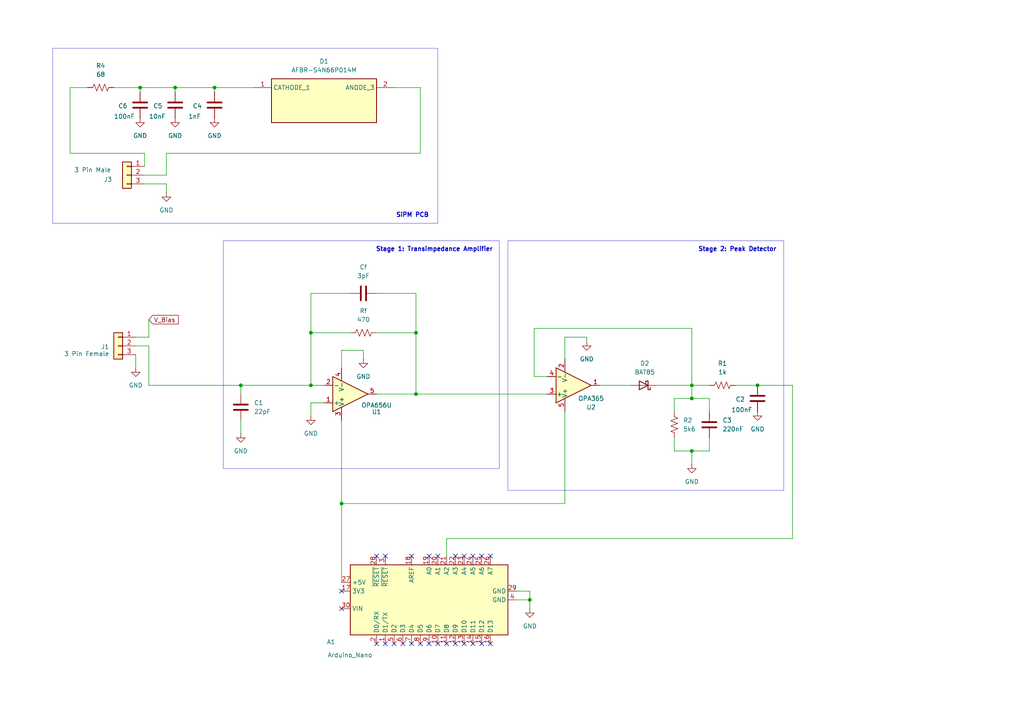
<source format=kicad_sch>
(kicad_sch (version 20250114) (generator "eeschema") (generator_version "9.0")
  (paper "A4")
  (title_block (title "Cosmic Ray Detector and Data Dispatcher (CR3D)") (date "2025-10-10") (rev "2") (company "Zuhayr Halday") (comment 1 "HLDZUH001"))
  (lib_symbols
    (symbol "AFBR-S4N66P014M:AFBR-S4N66P014M"
      (property "Reference" "D" (at 36.83 7.62 0))
      (property "Value" "AFBR-S4N66P014M" (at 36.83 5.08 0))
      (symbol "AFBR-S4N66P014M_1_1"
        (rectangle (start 5.08 2.54) (end 35.56 -10.16) (stroke (width 0.254)) (fill (type background)))
        (pin passive line (at 0 0 0) (length 5.08) (name "CATHODE_1") (number "1"))
        (pin passive line (at 0 -2.54 0) (length 5.08) (hide yes) (name "CATHODE_2") (number "1"))
        (pin passive line (at 0 -5.08 0) (length 5.08) (hide yes) (name "ANODE_1") (number "2"))
        (pin passive line (at 0 -7.62 0) (length 5.08) (hide yes) (name "ANODE_2") (number "2"))
        (pin passive line (at 40.64 0 180) (length 5.08) (name "ANODE_3") (number "2"))
        (pin passive line (at 40.64 -2.54 180) (length 5.08) (hide yes) (name "ANODE_4") (number "2"))
        (pin passive line (at 40.64 -5.08 180) (length 5.08) (hide yes) (name "CATHODE_3") (number "1"))
        (pin passive line (at 40.64 -7.62 180) (length 5.08) (hide yes) (name "CATHODE_4") (number "1"))
      )
    )
    (symbol "Amplifier_Operational:OPA365xxDBV" (pin_names (offset 0.127))
      (property "Reference" "U" (at -1.27 6.35 0))
      (property "Value" "OPA365xxDBV" (at -1.27 3.81 0))
      (symbol "OPA365xxDBV_0_1"
        (polyline (pts (xy -5.08 5.08) (xy 5.08 0) (xy -5.08 -5.08) (xy -5.08 5.08)) (stroke (width 0.254)) (fill (type background)))
        (pin power_in line (at -2.54 7.62 270) (length 3.81) (name "V+") (number "5"))
        (pin power_in line (at -2.54 -7.62 90) (length 3.81) (name "V-") (number "2"))
      )
      (symbol "OPA365xxDBV_1_1"
        (pin input line (at -7.62 2.54 0) (length 2.54) (name "+") (number "3"))
        (pin input line (at -7.62 -2.54 0) (length 2.54) (name "-") (number "4"))
        (pin output line (at 7.62 0 180) (length 2.54) (name "~") (number "1"))
      )
    )
    (symbol "Connector_Generic:Conn_01x03" (pin_names (offset 1.016) (hide yes))
      (property "Reference" "J" (at 0 5.08 0))
      (property "Value" "Conn_01x03" (at 0 -5.08 0))
      (symbol "Conn_01x03_1_1"
        (rectangle (start -1.27 3.81) (end 1.27 -3.81) (stroke (width 0.254)) (fill (type background)))
        (rectangle (start -1.27 2.667) (end 0 2.413) (stroke (width 0.1524)))
        (rectangle (start -1.27 0.127) (end 0 -0.127) (stroke (width 0.1524)))
        (rectangle (start -1.27 -2.413) (end 0 -2.667) (stroke (width 0.1524)))
        (pin passive line (at -5.08 2.54 0) (length 3.81) (name "Pin_1") (number "1"))
        (pin passive line (at -5.08 0 0) (length 3.81) (name "Pin_2") (number "2"))
        (pin passive line (at -5.08 -2.54 0) (length 3.81) (name "Pin_3") (number "3"))
      )
    )
    (symbol "Device:C" (pin_numbers (hide yes)) (pin_names (offset 0.254))
      (property "Reference" "C" (at 0.635 2.54 0))
      (property "Value" "C" (at 0.635 -2.54 0))
      (symbol "C_0_1"
        (polyline (pts (xy -2.032 0.762) (xy 2.032 0.762)) (stroke (width 0.508)))
        (polyline (pts (xy -2.032 -0.762) (xy 2.032 -0.762)) (stroke (width 0.508)))
      )
      (symbol "C_1_1"
        (pin passive line (at 0 3.81 270) (length 2.794) (name "~") (number "1"))
        (pin passive line (at 0 -3.81 90) (length 2.794) (name "~") (number "2"))
      )
    )
    (symbol "Device:R_US" (pin_numbers (hide yes)) (pin_names (offset 0))
      (property "Reference" "R" (at 2.54 0 90))
      (property "Value" "R_US" (at -2.54 0 90))
      (symbol "R_US_0_1"
        (polyline (pts (xy 0 2.286) (xy 0 2.54)))
        (polyline (pts (xy 0 2.286) (xy 1.016 1.905) (xy 0 1.524) (xy -1.016 1.143) (xy 0 0.762)))
        (polyline (pts (xy 0 0.762) (xy 1.016 0.381) (xy 0 0) (xy -1.016 -0.381) (xy 0 -0.762)))
        (polyline (pts (xy 0 -0.762) (xy 1.016 -1.143) (xy 0 -1.524) (xy -1.016 -1.905) (xy 0 -2.286)))
        (polyline (pts (xy 0 -2.286) (xy 0 -2.54)))
      )
      (symbol "R_US_1_1"
        (pin passive line (at 0 3.81 270) (length 1.27) (name "~") (number "1"))
        (pin passive line (at 0 -3.81 90) (length 1.27) (name "~") (number "2"))
      )
    )
    (symbol "Diode:BAT85" (pin_numbers (hide yes)) (pin_names (offset 1.016) (hide yes))
      (property "Reference" "D" (at 0 2.54 0))
      (property "Value" "BAT85" (at 0 -2.54 0))
      (symbol "BAT85_0_1"
        (polyline (pts (xy -1.905 0.635) (xy -1.905 1.27) (xy -1.27 1.27) (xy -1.27 -1.27) (xy -0.635 -1.27) (xy -0.635 -0.635)) (stroke (width 0.254)))
        (polyline (pts (xy 1.27 1.27) (xy 1.27 -1.27) (xy -1.27 0) (xy 1.27 1.27)) (stroke (width 0.254)))
        (polyline (pts (xy 1.27 0) (xy -1.27 0)))
      )
      (symbol "BAT85_1_1"
        (pin passive line (at -3.81 0 0) (length 2.54) (name "K") (number "1"))
        (pin passive line (at 3.81 0 180) (length 2.54) (name "A") (number "2"))
      )
    )
    (symbol "MCU_Module:Arduino_Nano_v3.x"
      (property "Reference" "A" (at -10.16 23.495 0))
      (property "Value" "Arduino_Nano_v3.x" (at 5.08 -24.13 0))
      (symbol "Arduino_Nano_v3.x_0_1"
        (rectangle (start -10.16 22.86) (end 10.16 -22.86) (stroke (width 0.254)) (fill (type background)))
      )
      (symbol "Arduino_Nano_v3.x_1_1"
        (pin bidirectional line (at -12.7 15.24 0) (length 2.54) (name "D0/RX") (number "2"))
        (pin bidirectional line (at -12.7 12.7 0) (length 2.54) (name "D1/TX") (number "1"))
        (pin bidirectional line (at -12.7 10.16 0) (length 2.54) (name "D2") (number "5"))
        (pin bidirectional line (at -12.7 7.62 0) (length 2.54) (name "D3") (number "6"))
        (pin bidirectional line (at -12.7 5.08 0) (length 2.54) (name "D4") (number "7"))
        (pin bidirectional line (at -12.7 2.54 0) (length 2.54) (name "D5") (number "8"))
        (pin bidirectional line (at -12.7 0 0) (length 2.54) (name "D6") (number "9"))
        (pin bidirectional line (at -12.7 -2.54 0) (length 2.54) (name "D7") (number "10"))
        (pin bidirectional line (at -12.7 -5.08 0) (length 2.54) (name "D8") (number "11"))
        (pin bidirectional line (at -12.7 -7.62 0) (length 2.54) (name "D9") (number "12"))
        (pin bidirectional line (at -12.7 -10.16 0) (length 2.54) (name "D10") (number "13"))
        (pin bidirectional line (at -12.7 -12.7 0) (length 2.54) (name "D11") (number "14"))
        (pin bidirectional line (at -12.7 -15.24 0) (length 2.54) (name "D12") (number "15"))
        (pin bidirectional line (at -12.7 -17.78 0) (length 2.54) (name "D13") (number "16"))
        (pin power_in line (at -2.54 25.4 270) (length 2.54) (name "VIN") (number "30"))
        (pin power_in line (at 0 -25.4 90) (length 2.54) (name "GND") (number "4"))
        (pin power_out line (at 2.54 25.4 270) (length 2.54) (name "3V3") (number "17"))
        (pin power_in line (at 2.54 -25.4 90) (length 2.54) (name "GND") (number "29"))
        (pin power_out line (at 5.08 25.4 270) (length 2.54) (name "+5V") (number "27"))
        (pin input line (at 12.7 15.24 180) (length 2.54) (name "~{RESET}") (number "28"))
        (pin input line (at 12.7 12.7 180) (length 2.54) (name "~{RESET}") (number "3"))
        (pin input line (at 12.7 5.08 180) (length 2.54) (name "AREF") (number "18"))
        (pin bidirectional line (at 12.7 0 180) (length 2.54) (name "A0") (number "19"))
        (pin bidirectional line (at 12.7 -2.54 180) (length 2.54) (name "A1") (number "20"))
        (pin bidirectional line (at 12.7 -5.08 180) (length 2.54) (name "A2") (number "21"))
        (pin bidirectional line (at 12.7 -7.62 180) (length 2.54) (name "A3") (number "22"))
        (pin bidirectional line (at 12.7 -10.16 180) (length 2.54) (name "A4") (number "23"))
        (pin bidirectional line (at 12.7 -12.7 180) (length 2.54) (name "A5") (number "24"))
        (pin bidirectional line (at 12.7 -15.24 180) (length 2.54) (name "A6") (number "25"))
        (pin bidirectional line (at 12.7 -17.78 180) (length 2.54) (name "A7") (number "26"))
      )
    )
    (symbol "Simulation_SPICE:OPAMP" (pin_names (offset 0.254))
      (property "Reference" "U" (at 3.81 3.175 0))
      (property "Value" "${SIM.PARAMS}" (at 3.81 -3.175 0))
      (symbol "OPAMP_0_1"
        (polyline (pts (xy 5.08 0) (xy -5.08 5.08) (xy -5.08 -5.08) (xy 5.08 0)) (stroke (width 0.254)) (fill (type background)))
      )
      (symbol "OPAMP_1_1"
        (pin input line (at -7.62 2.54 0) (length 2.54) (name "+") (number "1"))
        (pin input line (at -7.62 -2.54 0) (length 2.54) (name "-") (number "2"))
        (pin power_in line (at -2.54 7.62 270) (length 3.81) (name "V+") (number "3"))
        (pin power_in line (at -2.54 -7.62 90) (length 3.81) (name "V-") (number "4"))
        (pin output line (at 7.62 0 180) (length 2.54) (name "~") (number "5"))
      )
    )
    (symbol "power:GND" (power) (pin_numbers (hide yes)) (pin_names (offset 0) (hide yes))
      (property "Value" "GND" (at 0 -3.81 0))
      (symbol "GND_0_1"
        (polyline (pts (xy 0 0) (xy 0 -1.27) (xy 1.27 -1.27) (xy 0 -2.54) (xy -1.27 -1.27) (xy 0 -1.27)))
      )
      (symbol "GND_1_1"
        (pin power_in line (at 0 0 270) (length 0) (name "~") (number "1"))
      )
    )
  )
  (rectangle (start 15.24 13.97) (end 127 64.77) (stroke (width 0.0254)))
  (rectangle (start 147.32 69.85) (end 227.33 142.24) (stroke (width 0.0254)))
  (rectangle (start 64.77 69.85) (end 144.78 135.89) (stroke (width 0.0254)))
  (text "SiPM PCB" (at 119.634 62.484 0) (effects (font (size 1.27 1.27) (thickness 0.254) (bold yes))))
  (text "Stage 2: Peak Detector" (at 213.868 72.39 0) (effects (font (size 1.27 1.27) (thickness 0.254) (bold yes))))
  (text "Stage 1: Transimpedance Amplifier" (at 125.984 72.39 0) (effects (font (size 1.27 1.27) (thickness 0.254) (bold yes))))
  (junction (at 90.17 111.76))
  (junction (at 219.71 111.76))
  (junction (at 62.23 25.4))
  (junction (at 99.06 146.05))
  (junction (at 200.66 115.57))
  (junction (at 120.65 96.52))
  (junction (at 69.85 111.76))
  (junction (at 40.64 25.4))
  (junction (at 120.65 114.3))
  (junction (at 153.67 173.99))
  (junction (at 50.8 25.4))
  (junction (at 200.66 130.81))
  (junction (at 200.66 111.76))
  (junction (at 90.17 96.52))
  (no_connect (at 99.06 171.45))
  (no_connect (at 137.16 186.69))
  (no_connect (at 119.38 161.29))
  (no_connect (at 119.38 186.69))
  (no_connect (at 134.62 161.29))
  (no_connect (at 116.84 186.69))
  (no_connect (at 134.62 186.69))
  (no_connect (at 137.16 161.29))
  (no_connect (at 127 161.29))
  (no_connect (at 124.46 161.29))
  (no_connect (at 109.22 186.69))
  (no_connect (at 132.08 161.29))
  (no_connect (at 127 186.69))
  (no_connect (at 139.7 186.69))
  (no_connect (at 139.7 161.29))
  (no_connect (at 142.24 161.29))
  (no_connect (at 124.46 186.69))
  (no_connect (at 109.22 161.29))
  (no_connect (at 114.3 186.69))
  (no_connect (at 99.06 176.53))
  (no_connect (at 142.24 186.69))
  (no_connect (at 111.76 161.29))
  (no_connect (at 132.08 186.69))
  (no_connect (at 111.76 186.69))
  (no_connect (at 129.54 186.69))
  (no_connect (at 121.92 186.69))
  (wire (pts (xy 163.83 146.05) (xy 163.83 119.38)))
  (wire (pts (xy 69.85 121.92) (xy 69.85 125.73)))
  (wire (pts (xy 50.8 25.4) (xy 62.23 25.4)))
  (wire (pts (xy 149.86 173.99) (xy 153.67 173.99)))
  (wire (pts (xy 99.06 146.05) (xy 99.06 168.91)))
  (wire (pts (xy 190.5 111.76) (xy 200.66 111.76)))
  (wire (pts (xy 163.83 104.14) (xy 163.83 97.79)))
  (wire (pts (xy 41.91 50.8) (xy 48.26 50.8)))
  (wire (pts (xy 39.37 102.87) (xy 39.37 106.68)))
  (wire (pts (xy 50.8 26.67) (xy 50.8 25.4)))
  (wire (pts (xy 48.26 50.8) (xy 48.26 44.45)))
  (wire (pts (xy 195.58 130.81) (xy 200.66 130.81)))
  (wire (pts (xy 200.66 111.76) (xy 205.74 111.76)))
  (wire (pts (xy 39.37 100.33) (xy 43.18 100.33)))
  (wire (pts (xy 213.36 111.76) (xy 219.71 111.76)))
  (wire (pts (xy 195.58 115.57) (xy 195.58 119.38)))
  (wire (pts (xy 93.98 111.76) (xy 90.17 111.76)))
  (wire (pts (xy 120.65 114.3) (xy 120.65 96.52)))
  (wire (pts (xy 90.17 96.52) (xy 90.17 85.09)))
  (wire (pts (xy 163.83 146.05) (xy 99.06 146.05)))
  (wire (pts (xy 163.83 97.79) (xy 170.18 97.79)))
  (wire (pts (xy 48.26 44.45) (xy 121.92 44.45)))
  (wire (pts (xy 153.67 173.99) (xy 153.67 176.53)))
  (wire (pts (xy 40.64 26.67) (xy 40.64 25.4)))
  (wire (pts (xy 121.92 25.4) (xy 121.92 44.45)))
  (wire (pts (xy 200.66 115.57) (xy 195.58 115.57)))
  (wire (pts (xy 43.18 100.33) (xy 43.18 111.76)))
  (wire (pts (xy 200.66 130.81) (xy 205.74 130.81)))
  (wire (pts (xy 90.17 111.76) (xy 90.17 96.52)))
  (wire (pts (xy 109.22 96.52) (xy 120.65 96.52)))
  (wire (pts (xy 99.06 106.68) (xy 99.06 101.6)))
  (wire (pts (xy 200.66 111.76) (xy 200.66 115.57)))
  (wire (pts (xy 90.17 85.09) (xy 101.6 85.09)))
  (wire (pts (xy 229.87 156.21) (xy 229.87 111.76)))
  (wire (pts (xy 200.66 130.81) (xy 200.66 134.62)))
  (wire (pts (xy 69.85 111.76) (xy 90.17 111.76)))
  (wire (pts (xy 149.86 171.45) (xy 153.67 171.45)))
  (wire (pts (xy 114.3 25.4) (xy 121.92 25.4)))
  (wire (pts (xy 99.06 146.05) (xy 99.06 121.92)))
  (wire (pts (xy 43.18 92.71) (xy 43.18 97.79)))
  (wire (pts (xy 90.17 116.84) (xy 90.17 120.65)))
  (wire (pts (xy 105.41 101.6) (xy 105.41 104.14)))
  (wire (pts (xy 120.65 114.3) (xy 158.75 114.3)))
  (wire (pts (xy 154.94 109.22) (xy 158.75 109.22)))
  (wire (pts (xy 153.67 171.45) (xy 153.67 173.99)))
  (wire (pts (xy 40.64 25.4) (xy 50.8 25.4)))
  (wire (pts (xy 93.98 116.84) (xy 90.17 116.84)))
  (wire (pts (xy 129.54 156.21) (xy 129.54 161.29)))
  (wire (pts (xy 129.54 156.21) (xy 229.87 156.21)))
  (wire (pts (xy 120.65 85.09) (xy 120.65 96.52)))
  (wire (pts (xy 33.02 25.4) (xy 40.64 25.4)))
  (wire (pts (xy 200.66 95.25) (xy 154.94 95.25)))
  (wire (pts (xy 195.58 127) (xy 195.58 130.81)))
  (wire (pts (xy 154.94 95.25) (xy 154.94 109.22)))
  (wire (pts (xy 205.74 115.57) (xy 205.74 119.38)))
  (wire (pts (xy 25.4 25.4) (xy 20.32 25.4)))
  (wire (pts (xy 205.74 115.57) (xy 200.66 115.57)))
  (wire (pts (xy 48.26 53.34) (xy 48.26 55.88)))
  (wire (pts (xy 62.23 25.4) (xy 62.23 26.67)))
  (wire (pts (xy 219.71 111.76) (xy 229.87 111.76)))
  (wire (pts (xy 41.91 53.34) (xy 48.26 53.34)))
  (wire (pts (xy 200.66 111.76) (xy 200.66 95.25)))
  (wire (pts (xy 39.37 97.79) (xy 43.18 97.79)))
  (wire (pts (xy 90.17 96.52) (xy 101.6 96.52)))
  (wire (pts (xy 205.74 127) (xy 205.74 130.81)))
  (wire (pts (xy 41.91 48.26) (xy 41.91 44.45)))
  (wire (pts (xy 173.99 111.76) (xy 182.88 111.76)))
  (wire (pts (xy 109.22 114.3) (xy 120.65 114.3)))
  (wire (pts (xy 43.18 111.76) (xy 69.85 111.76)))
  (wire (pts (xy 109.22 85.09) (xy 120.65 85.09)))
  (wire (pts (xy 99.06 101.6) (xy 105.41 101.6)))
  (wire (pts (xy 20.32 25.4) (xy 20.32 44.45)))
  (wire (pts (xy 170.18 97.79) (xy 170.18 99.06)))
  (wire (pts (xy 69.85 111.76) (xy 69.85 114.3)))
  (wire (pts (xy 20.32 44.45) (xy 41.91 44.45)))
  (wire (pts (xy 73.66 25.4) (xy 62.23 25.4)))
  (global_label "V_Bias" (shape input) (at 43.18 92.71 0) (property "Intersheetrefs" "${INTERSHEET_REFS}" (effects (hide yes))))
  (symbol (lib_id "power:GND") (at 69.85 125.73 0) (unit 1)
    (property "Reference" "#PWR05" (effects (hide yes)))
    (property "Value" "GND" (at 69.85 130.81 0))
    (property "Description" "Power symbol creates a global label with name \"GND\" , ground" (effects (hide yes)))
  )
  (symbol (lib_id "power:GND") (at 200.66 134.62 0) (unit 1)
    (property "Reference" "#PWR04" (effects (hide yes)))
    (property "Value" "GND" (at 200.66 139.7 0))
    (property "Description" "Power symbol creates a global label with name \"GND\" , ground" (effects (hide yes)))
  )
  (symbol (lib_id "power:GND") (at 50.8 34.29 0) (unit 1)
    (property "Reference" "#PWR010" (effects (hide yes)))
    (property "Value" "GND" (at 50.8 39.37 0))
    (property "Description" "Power symbol creates a global label with name \"GND\" , ground" (effects (hide yes)))
  )
  (symbol (lib_id "power:GND") (at 48.26 55.88 0) (unit 1)
    (property "Reference" "#PWR013" (effects (hide yes)))
    (property "Value" "GND" (at 48.26 60.96 0))
    (property "Description" "Power symbol creates a global label with name \"GND\" , ground" (effects (hide yes)))
  )
  (symbol (lib_id "Diode:BAT85") (at 186.69 111.76 180) (unit 1)
    (property "Reference" "D2" (at 187.0075 105.41 0))
    (property "Value" "BAT85" (at 187.0075 107.95 0))
    (property "Footprint" "Diode_THT:D_DO-35_SOD27_P7.62mm_Horizontal" (effects (hide yes)))
    (property "Datasheet" "https://assets.nexperia.com/documents/data-sheet/BAT85.pdf" (effects (hide yes)))
    (property "Description" "30V 0.2A Schottky barrier single diode, DO-35" (effects (hide yes)))
  )
  (symbol (lib_id "power:GND") (at 219.71 119.38 0) (unit 1)
    (property "Reference" "#PWR07" (effects (hide yes)))
    (property "Value" "GND" (at 219.71 124.46 0))
    (property "Description" "Power symbol creates a global label with name \"GND\" , ground" (effects (hide yes)))
  )
  (symbol (lib_id "Device:C") (at 50.8 30.48 180) (unit 1)
    (property "Reference" "C5" (at 44.45 30.734 0) (effects (justify right)))
    (property "Value" "10nF" (at 43.18 33.782 0) (effects (justify right)))
    (property "Footprint" "Capacitor_THT:C_Rect_L7.2mm_W2.5mm_P5.00mm_FKS2_FKP2_MKS2_MKP2" (effects (hide yes)))
    (property "Description" "Unpolarized capacitor" (effects (hide yes)))
  )
  (symbol (lib_id "power:GND") (at 40.64 34.29 0) (unit 1)
    (property "Reference" "#PWR06" (effects (hide yes)))
    (property "Value" "GND" (at 40.64 39.37 0))
    (property "Description" "Power symbol creates a global label with name \"GND\" , ground" (effects (hide yes)))
  )
  (symbol (lib_id "Simulation_SPICE:OPAMP") (at 101.6 114.3 0) (mirror x) (unit 1)
    (property "Reference" "U1" (at 109.22 119.4502 0))
    (property "Value" "OPA656U" (at 109.22 117.5451 0))
    (property "Footprint" "Package_SO:SOIC-8_5.3x5.3mm_P1.27mm" (effects (hide yes)))
    (property "Datasheet" "https://ngspice.sourceforge.io/docs/ngspice-html-manual/manual.xhtml#sec__SUBCKT_Subcircuits" (effects (hide yes)))
    (property "Description" "Operational amplifier, single" (effects (hide yes)))
    (property "Sim.Pins" "1=in+ 2=in- 3=vcc 4=vee 5=out" (effects (hide yes)))
    (property "Sim.Device" "SUBCKT" (effects (hide yes)))
    (property "Sim.Library" "${KICAD9_SYMBOL_DIR}/Simulation_SPICE.sp" (effects (hide yes)))
    (property "Sim.Name" "kicad_builtin_opamp" (effects (hide yes)))
  )
  (symbol (lib_id "Device:C") (at 219.71 115.57 180) (unit 1)
    (property "Reference" "C2" (at 213.36 115.824 0) (effects (justify right)))
    (property "Value" "100nF" (at 212.09 118.872 0) (effects (justify right)))
    (property "Footprint" "Capacitor_THT:C_Rect_L7.2mm_W2.5mm_P5.00mm_FKS2_FKP2_MKS2_MKP2" (effects (hide yes)))
    (property "Description" "Unpolarized capacitor" (effects (hide yes)))
  )
  (symbol (lib_id "AFBR-S4N66P014M:AFBR-S4N66P014M") (at 73.66 25.4 0) (unit 1)
    (property "Reference" "D1" (at 93.98 17.78 0))
    (property "Value" "AFBR-S4N66P014M" (at 93.98 20.32 0))
    (property "Footprint" "AFBRS4N66P014M" (effects (hide yes)))
    (property "Datasheet" "https://docs.broadcom.com/doc/AFBR-S4N66P014M-NUV-MT-Silicon-Photomultiplier" (effects (hide yes)))
    (property "Description" "Photodiode 420nm Array - 8 Element" (effects (hide yes)))
    (property "Height" "1.23" (effects (hide yes)))
    (property "Mouser Part Number" "630-AFBR-S4N66P014M" (effects (hide yes)))
    (property "Mouser Price/Stock" "https://www.mouser.co.uk/ProductDetail/Broadcom-Avago/AFBR-S4N66P014M?qs=OcgtsXO%252B3gs5Z5K%252B7xDivg%3D%3D" (effects (hide yes)))
    (property "Manufacturer_Name" "Avago Technologies" (effects (hide yes)))
    (property "Manufacturer_Part_Number" "AFBR-S4N66P014M" (effects (hide yes)))
  )
  (symbol (lib_id "Device:C") (at 62.23 30.48 180) (unit 1)
    (property "Reference" "C4" (at 55.88 30.734 0) (effects (justify right)))
    (property "Value" "1nF" (at 54.61 33.782 0) (effects (justify right)))
    (property "Footprint" "Capacitor_THT:C_Rect_L7.2mm_W2.5mm_P5.00mm_FKS2_FKP2_MKS2_MKP2" (effects (hide yes)))
    (property "Description" "Unpolarized capacitor" (effects (hide yes)))
  )
  (symbol (lib_id "Amplifier_Operational:OPA365xxDBV") (at 166.37 111.76 0) (mirror x) (unit 1)
    (property "Reference" "U2" (at 171.45 118.11 0))
    (property "Value" "OPA365" (at 171.45 115.57 0))
    (property "Footprint" "Package_TO_SOT_SMD:SOT-23-5" (effects (hide yes)))
    (property "Datasheet" "https://www.ti.com/lit/ds/symlink/opa365.pdf" (effects (hide yes)))
    (property "Description" "50-MHz, Zero-Crossover, Low-Distortion, High CMRR, RRI/O, Single-Supply, SOT-23-5" (effects (hide yes)))
  )
  (symbol (lib_id "Device:C") (at 205.74 123.19 180) (unit 1)
    (property "Reference" "C3" (at 209.55 121.9199 0) (effects (justify right)))
    (property "Value" "220nF" (at 209.55 124.4599 0) (effects (justify right)))
    (property "Footprint" "Capacitor_THT:C_Rect_L7.2mm_W2.5mm_P5.00mm_FKS2_FKP2_MKS2_MKP2" (effects (hide yes)))
    (property "Description" "Unpolarized capacitor" (effects (hide yes)))
  )
  (symbol (lib_id "Device:R_US") (at 209.55 111.76 90) (unit 1)
    (property "Reference" "R1" (at 209.55 105.41 90))
    (property "Value" "1k" (at 209.55 107.95 90))
    (property "Footprint" "Resistor_THT:R_Axial_DIN0207_L6.3mm_D2.5mm_P7.62mm_Horizontal" (effects (hide yes)))
    (property "Description" "Resistor, US symbol" (effects (hide yes)))
  )
  (symbol (lib_id "power:GND") (at 105.41 104.14 0) (unit 1)
    (property "Reference" "#PWR01" (effects (hide yes)))
    (property "Value" "GND" (at 105.41 109.22 0))
    (property "Description" "Power symbol creates a global label with name \"GND\" , ground" (effects (hide yes)))
  )
  (symbol (lib_id "Device:C") (at 40.64 30.48 180) (unit 1)
    (property "Reference" "C6" (at 34.29 30.734 0) (effects (justify right)))
    (property "Value" "100nF" (at 33.02 33.782 0) (effects (justify right)))
    (property "Footprint" "Capacitor_THT:C_Rect_L7.2mm_W2.5mm_P5.00mm_FKS2_FKP2_MKS2_MKP2" (effects (hide yes)))
    (property "Description" "Unpolarized capacitor" (effects (hide yes)))
  )
  (symbol (lib_id "Device:C") (at 69.85 118.11 180) (unit 1)
    (property "Reference" "C1" (at 73.66 116.8399 0) (effects (justify right)))
    (property "Value" "22pF" (at 73.66 119.3799 0) (effects (justify right)))
    (property "Footprint" "Capacitor_THT:C_Rect_L7.2mm_W2.5mm_P5.00mm_FKS2_FKP2_MKS2_MKP2" (effects (hide yes)))
    (property "Description" "Unpolarized capacitor" (effects (hide yes)))
  )
  (symbol (lib_id "Device:R_US") (at 195.58 123.19 180) (unit 1)
    (property "Reference" "R2" (at 198.12 121.9199 0) (effects (justify right)))
    (property "Value" "5k6" (at 198.12 124.4599 0) (effects (justify right)))
    (property "Footprint" "Resistor_THT:R_Axial_DIN0207_L6.3mm_D2.5mm_P7.62mm_Horizontal" (effects (hide yes)))
    (property "Description" "Resistor, US symbol" (effects (hide yes)))
  )
  (symbol (lib_id "power:GND") (at 62.23 34.29 0) (unit 1)
    (property "Reference" "#PWR011" (effects (hide yes)))
    (property "Value" "GND" (at 62.23 39.37 0))
    (property "Description" "Power symbol creates a global label with name \"GND\" , ground" (effects (hide yes)))
  )
  (symbol (lib_id "Device:R_US") (at 105.41 96.52 90) (unit 1)
    (property "Reference" "Rf" (at 105.41 90.17 90))
    (property "Value" "470" (at 105.41 92.71 90))
    (property "Footprint" "Resistor_THT:R_Axial_DIN0207_L6.3mm_D2.5mm_P7.62mm_Horizontal" (effects (hide yes)))
    (property "Description" "Resistor, US symbol" (effects (hide yes)))
  )
  (symbol (lib_id "power:GND") (at 153.67 176.53 0) (unit 1)
    (property "Reference" "#PWR08" (effects (hide yes)))
    (property "Value" "GND" (at 153.67 181.61 0))
    (property "Description" "Power symbol creates a global label with name \"GND\" , ground" (effects (hide yes)))
  )
  (symbol (lib_id "power:GND") (at 39.37 106.68 0) (unit 1)
    (property "Reference" "#PWR014" (effects (hide yes)))
    (property "Value" "GND" (at 39.37 111.76 0))
    (property "Description" "Power symbol creates a global label with name \"GND\" , ground" (effects (hide yes)))
  )
  (symbol (lib_id "MCU_Module:Arduino_Nano_v3.x") (at 124.46 173.99 90) (unit 1)
    (property "Reference" "A1" (at 94.742 186.182 90) (effects (justify right)))
    (property "Value" "Arduino_Nano" (at 94.996 189.992 90) (effects (justify right)))
    (property "Footprint" "Module:Arduino_Nano" (effects (hide yes)))
    (property "Datasheet" "http://www.mouser.com/pdfdocs/Gravitech_Arduino_Nano3_0.pdf" (effects (hide yes)))
    (property "Description" "Arduino Nano v3.x" (effects (hide yes)))
  )
  (symbol (lib_id "Device:R_US") (at 29.21 25.4 90) (unit 1)
    (property "Reference" "R4" (at 29.21 19.05 90))
    (property "Value" "68" (at 29.21 21.59 90))
    (property "Footprint" "Resistor_THT:R_Axial_DIN0207_L6.3mm_D2.5mm_P7.62mm_Horizontal" (effects (hide yes)))
    (property "Description" "Resistor, US symbol" (effects (hide yes)))
  )
  (symbol (lib_id "Device:C") (at 105.41 85.09 90) (unit 1)
    (property "Reference" "Cf" (at 105.41 77.47 90))
    (property "Value" "3pF" (at 105.41 80.01 90))
    (property "Footprint" "Capacitor_THT:C_Rect_L7.2mm_W2.5mm_P5.00mm_FKS2_FKP2_MKS2_MKP2" (effects (hide yes)))
    (property "Description" "Unpolarized capacitor" (effects (hide yes)))
  )
  (symbol (lib_id "Connector_Generic:Conn_01x03") (at 34.29 100.33 0) (mirror y) (unit 1)
    (property "Reference" "J1" (at 30.48 100.584 0))
    (property "Value" "3 Pin Female" (at 25.146 102.616 0))
    (property "Footprint" "Connector_PinSocket_2.54mm:PinSocket_1x03_P2.54mm_Vertical" (effects (hide yes)))
    (property "Description" "Generic connector, single row, 01x03, script generated (kicad-library-utils/schlib/autogen/connector/)" (effects (hide yes)))
  )
  (symbol (lib_id "Connector_Generic:Conn_01x03") (at 36.83 50.8 0) (mirror y) (unit 1)
    (property "Reference" "J3" (at 32.512 52.07 0) (effects (justify left)))
    (property "Value" "3 Pin Male" (at 32.258 49.276 0) (effects (justify left)))
    (property "Footprint" "Connector_PinHeader_2.54mm:PinHeader_1x03_P2.54mm_Vertical" (effects (hide yes)))
    (property "Description" "Generic connector, single row, 01x03, script generated (kicad-library-utils/schlib/autogen/connector/)" (effects (hide yes)))
  )
  (symbol (lib_id "power:GND") (at 170.18 99.06 0) (unit 1)
    (property "Reference" "#PWR02" (effects (hide yes)))
    (property "Value" "GND" (at 170.18 104.14 0))
    (property "Description" "Power symbol creates a global label with name \"GND\" , ground" (effects (hide yes)))
  )
  (symbol (lib_id "power:GND") (at 90.17 120.65 0) (unit 1)
    (property "Reference" "#PWR03" (effects (hide yes)))
    (property "Value" "GND" (at 90.17 125.73 0))
    (property "Description" "Power symbol creates a global label with name \"GND\" , ground" (effects (hide yes)))
  )
)
</source>
